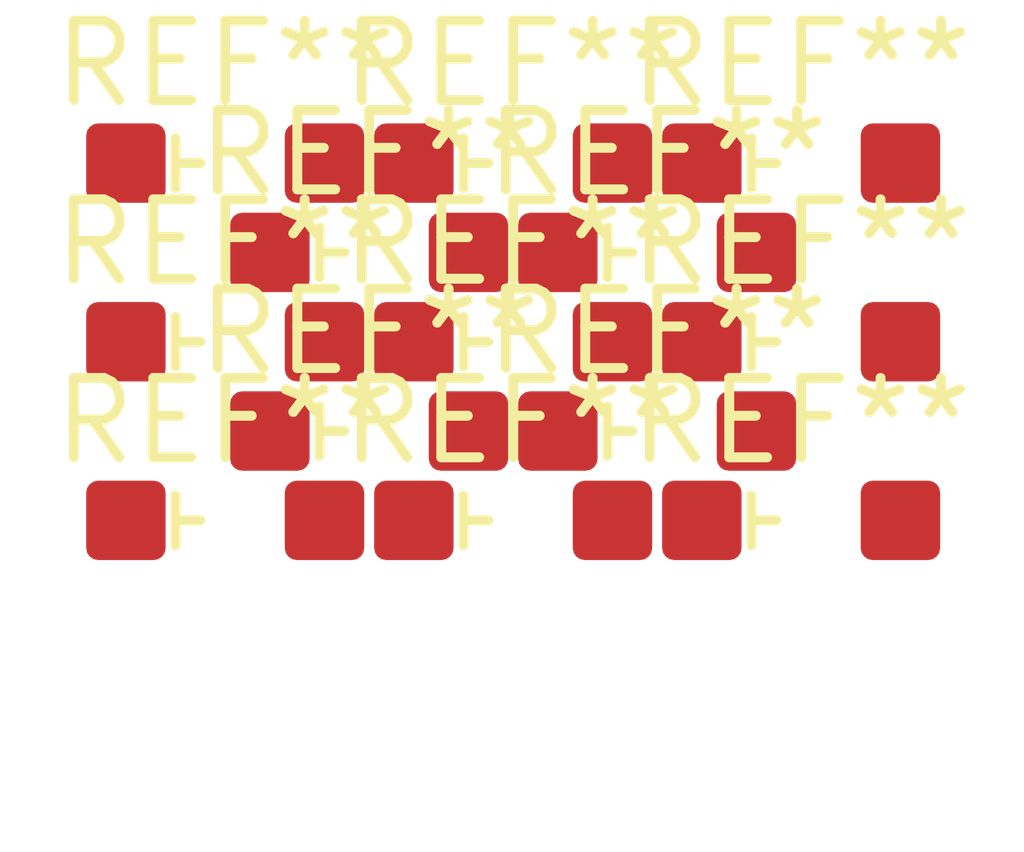
<source format=kicad_pcb>
(kicad_pcb (version 20241229) (generator "pcbnew") (generator_version "9.0")
  (layers (0 "F.Cu" signal) (2 "B.Cu" signal) (13 "F.Paste" user) (15 "B.Paste" user) (5 "F.SilkS" user "F.Silkscreen") (7 "B.SilkS" user "B.Silkscreen") (1 "F.Mask" user) (3 "B.Mask" user) (25 "Edge.Cuts" user))
  (net 0 "")
  (footprint "Library:LED" (layer "F.Cu") (at 138.4 102.55)
    (property "Reference" "REF**" (at 0 -1 0) (layer "F.SilkS") (effects (font (size 0.8 0.8) (thickness 0.1))))
    (property "Value" "LED")
    (fp_line (start -0.5 -0.25) (end -0.5 0.25) (stroke (width 0.1)) (layer "F.SilkS") (net 451))
    (fp_line (start -0.5 0) (end -0.25 0) (stroke (width 0.1)) (layer "F.SilkS") (net 451))
    (pad "1" smd roundrect (at -1 0) (size 0.8 0.8) (layers "F.Cu" "F.Mask" "F.Paste") (roundrect_rratio 0.15))
    (pad "2" smd roundrect (at 1 0) (size 0.8 0.8) (layers "F.Cu" "F.Mask" "F.Paste") (roundrect_rratio 0.15))
  )
  (footprint "Library:LED" (layer "F.Cu") (at 132.6 102.55)
    (property "Reference" "REF**" (at 0 -1 0) (layer "F.SilkS") (effects (font (size 0.8 0.8) (thickness 0.1))))
    (property "Value" "LED")
    (fp_line (start -0.5 -0.25) (end -0.5 0.25) (stroke (width 0.1)) (layer "F.SilkS") (net 451))
    (fp_line (start -0.5 0) (end -0.25 0) (stroke (width 0.1)) (layer "F.SilkS") (net 451))
    (pad "1" smd roundrect (at -1 0) (size 0.8 0.8) (layers "F.Cu" "F.Mask" "F.Paste") (roundrect_rratio 0.15))
    (pad "2" smd roundrect (at 1 0) (size 0.8 0.8) (layers "F.Cu" "F.Mask" "F.Paste") (roundrect_rratio 0.15))
  )
  (footprint "Library:LED" (layer "F.Cu") (at 136.95 101.65)
    (property "Reference" "REF**" (at 0 -1 0) (layer "F.SilkS") (effects (font (size 0.8 0.8) (thickness 0.1))))
    (property "Value" "LED")
    (fp_line (start -0.5 -0.25) (end -0.5 0.25) (stroke (width 0.1)) (layer "F.SilkS"))
    (fp_line (start -0.5 0) (end -0.25 0) (stroke (width 0.1)) (layer "F.SilkS"))
    (pad "1" smd roundrect (at -1 0) (size 0.8 0.8) (layers "F.Cu" "F.Mask" "F.Paste") (roundrect_rratio 0.15))
    (pad "2" smd roundrect (at 1 0) (size 0.8 0.8) (layers "F.Cu" "F.Mask" "F.Paste") (roundrect_rratio 0.15))
  )
  (footprint "Library:LED" (layer "F.Cu") (at 134.05 101.65)
    (property "Reference" "REF**" (at 0 -1 0) (layer "F.SilkS") (effects (font (size 0.8 0.8) (thickness 0.1))))
    (property "Value" "LED")
    (fp_line (start -0.5 -0.25) (end -0.5 0.25) (stroke (width 0.1)) (layer "F.SilkS"))
    (fp_line (start -0.5 0) (end -0.25 0) (stroke (width 0.1)) (layer "F.SilkS"))
    (pad "1" smd roundrect (at -1 0) (size 0.8 0.8) (layers "F.Cu" "F.Mask" "F.Paste") (roundrect_rratio 0.15))
    (pad "2" smd roundrect (at 1 0) (size 0.8 0.8) (layers "F.Cu" "F.Mask" "F.Paste") (roundrect_rratio 0.15))
  )
  (footprint "Library:LED" (layer "F.Cu") (at 138.4 98.95)
    (property "Reference" "REF**" (at 0 -1 0) (layer "F.SilkS") (effects (font (size 0.8 0.8) (thickness 0.1))))
    (property "Value" "LED")
    (fp_line (start -0.5 -0.25) (end -0.5 0.25) (stroke (width 0.1)) (layer "F.SilkS"))
    (fp_line (start -0.5 0) (end -0.25 0) (stroke (width 0.1)) (layer "F.SilkS"))
    (pad "1" smd roundrect (at -1 0) (size 0.8 0.8) (layers "F.Cu" "F.Mask" "F.Paste") (roundrect_rratio 0.15))
    (pad "2" smd roundrect (at 1 0) (size 0.8 0.8) (layers "F.Cu" "F.Mask" "F.Paste") (roundrect_rratio 0.15))
  )
  (footprint "Library:LED" (layer "F.Cu") (at 135.5 100.75)
    (property "Reference" "REF**" (at 0 -1 0) (layer "F.SilkS") (effects (font (size 0.8 0.8) (thickness 0.1))))
    (property "Value" "LED")
    (fp_line (start -0.5 -0.25) (end -0.5 0.25) (stroke (width 0.1)) (layer "F.SilkS"))
    (fp_line (start -0.5 0) (end -0.25 0) (stroke (width 0.1)) (layer "F.SilkS"))
    (pad "1" smd roundrect (at -1 0) (size 0.8 0.8) (layers "F.Cu" "F.Mask" "F.Paste") (roundrect_rratio 0.15))
    (pad "2" smd roundrect (at 1 0) (size 0.8 0.8) (layers "F.Cu" "F.Mask" "F.Paste") (roundrect_rratio 0.15))
  )
  (footprint "Library:LED" (layer "F.Cu") (at 135.5 98.95)
    (property "Reference" "REF**" (at 0 -1 0) (layer "F.SilkS") (effects (font (size 0.8 0.8) (thickness 0.1))))
    (property "Value" "LED")
    (fp_line (start -0.5 -0.25) (end -0.5 0.25) (stroke (width 0.1)) (layer "F.SilkS"))
    (fp_line (start -0.5 0) (end -0.25 0) (stroke (width 0.1)) (layer "F.SilkS"))
    (pad "1" smd roundrect (at -1 0) (size 0.8 0.8) (layers "F.Cu" "F.Mask" "F.Paste") (roundrect_rratio 0.15))
    (pad "2" smd roundrect (at 1 0) (size 0.8 0.8) (layers "F.Cu" "F.Mask" "F.Paste") (roundrect_rratio 0.15))
  )
  (footprint "Library:LED" (layer "F.Cu") (at 134.05 99.85)
    (property "Reference" "REF**" (at 0 -1 0) (layer "F.SilkS") (effects (font (size 0.8 0.8) (thickness 0.1))))
    (property "Value" "LED")
    (fp_line (start -0.5 -0.25) (end -0.5 0.25) (stroke (width 0.1)) (layer "F.SilkS"))
    (fp_line (start -0.5 0) (end -0.25 0) (stroke (width 0.1)) (layer "F.SilkS"))
    (pad "1" smd roundrect (at -1 0) (size 0.8 0.8) (layers "F.Cu" "F.Mask" "F.Paste") (roundrect_rratio 0.15))
    (pad "2" smd roundrect (at 1 0) (size 0.8 0.8) (layers "F.Cu" "F.Mask" "F.Paste") (roundrect_rratio 0.15))
  )
  (footprint "Library:LED" (layer "F.Cu") (at 138.4 100.75)
    (property "Reference" "REF**" (at 0 -1 0) (layer "F.SilkS") (effects (font (size 0.8 0.8) (thickness 0.1))))
    (property "Value" "LED")
    (fp_line (start -0.5 -0.25) (end -0.5 0.25) (stroke (width 0.1)) (layer "F.SilkS"))
    (fp_line (start -0.5 0) (end -0.25 0) (stroke (width 0.1)) (layer "F.SilkS"))
    (pad "1" smd roundrect (at -1 0) (size 0.8 0.8) (layers "F.Cu" "F.Mask" "F.Paste") (roundrect_rratio 0.15))
    (pad "2" smd roundrect (at 1 0) (size 0.8 0.8) (layers "F.Cu" "F.Mask" "F.Paste") (roundrect_rratio 0.15))
  )
  (footprint "Library:LED" (layer "F.Cu") (at 136.95 99.85)
    (property "Reference" "REF**" (at 0 -1 0) (layer "F.SilkS") (effects (font (size 0.8 0.8) (thickness 0.1))))
    (property "Value" "LED")
    (fp_line (start -0.5 -0.25) (end -0.5 0.25) (stroke (width 0.1)) (layer "F.SilkS"))
    (fp_line (start -0.5 0) (end -0.25 0) (stroke (width 0.1)) (layer "F.SilkS"))
    (pad "1" smd roundrect (at -1 0) (size 0.8 0.8) (layers "F.Cu" "F.Mask" "F.Paste") (roundrect_rratio 0.15))
    (pad "2" smd roundrect (at 1 0) (size 0.8 0.8) (layers "F.Cu" "F.Mask" "F.Paste") (roundrect_rratio 0.15))
  )
  (footprint "Library:LED" (layer "F.Cu") (at 132.6 100.75)
    (property "Reference" "REF**" (at 0 -1 0) (layer "F.SilkS") (effects (font (size 0.8 0.8) (thickness 0.1))))
    (property "Value" "LED")
    (fp_line (start -0.5 -0.25) (end -0.5 0.25) (stroke (width 0.1)) (layer "F.SilkS"))
    (fp_line (start -0.5 0) (end -0.25 0) (stroke (width 0.1)) (layer "F.SilkS"))
    (pad "1" smd roundrect (at -1 0) (size 0.8 0.8) (layers "F.Cu" "F.Mask" "F.Paste") (roundrect_rratio 0.15))
    (pad "2" smd roundrect (at 1 0) (size 0.8 0.8) (layers "F.Cu" "F.Mask" "F.Paste") (roundrect_rratio 0.15))
  )
  (footprint "Library:LED" (layer "F.Cu") (at 132.6 98.95)
    (property "Reference" "REF**" (at 0 -1 0) (layer "F.SilkS") (effects (font (size 0.8 0.8) (thickness 0.1))))
    (property "Value" "LED")
    (fp_line (start -0.5 -0.25) (end -0.5 0.25) (stroke (width 0.1)) (layer "F.SilkS"))
    (fp_line (start -0.5 0) (end -0.25 0) (stroke (width 0.1)) (layer "F.SilkS"))
    (pad "1" smd roundrect (at -1 0) (size 0.8 0.8) (layers "F.Cu" "F.Mask" "F.Paste") (roundrect_rratio 0.15))
    (pad "2" smd roundrect (at 1 0) (size 0.8 0.8) (layers "F.Cu" "F.Mask" "F.Paste") (roundrect_rratio 0.15))
  )
  (footprint "Library:LED" (layer "F.Cu") (at 135.5 102.55)
    (property "Reference" "REF**" (at 0 -1 0) (layer "F.SilkS") (effects (font (size 0.8 0.8) (thickness 0.1))))
    (property "Value" "LED")
    (fp_line (start -0.5 -0.25) (end -0.5 0.25) (stroke (width 0.1)) (layer "F.SilkS") (net 451))
    (fp_line (start -0.5 0) (end -0.25 0) (stroke (width 0.1)) (layer "F.SilkS") (net 451))
    (pad "1" smd roundrect (at -1 0) (size 0.8 0.8) (layers "F.Cu" "F.Mask" "F.Paste") (roundrect_rratio 0.15))
    (pad "2" smd roundrect (at 1 0) (size 0.8 0.8) (layers "F.Cu" "F.Mask" "F.Paste") (roundrect_rratio 0.15))
  )
)
</source>
